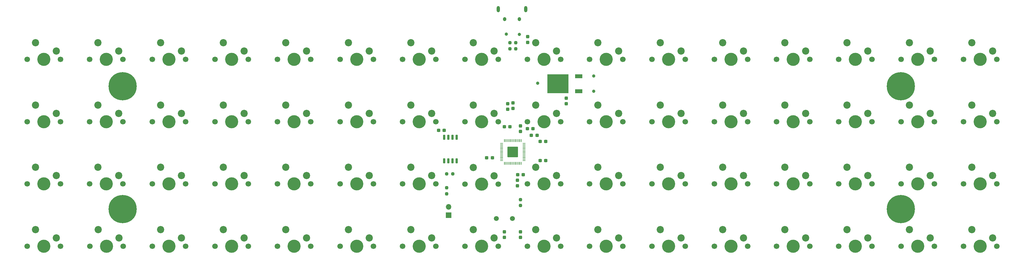
<source format=gbr>
%TF.GenerationSoftware,KiCad,Pcbnew,8.0.9-8.0.9-0~ubuntu22.04.1*%
%TF.CreationDate,2025-08-11T19:47:09-07:00*%
%TF.ProjectId,keyboard,6b657962-6f61-4726-942e-6b696361645f,rev?*%
%TF.SameCoordinates,Original*%
%TF.FileFunction,Soldermask,Top*%
%TF.FilePolarity,Negative*%
%FSLAX46Y46*%
G04 Gerber Fmt 4.6, Leading zero omitted, Abs format (unit mm)*
G04 Created by KiCad (PCBNEW 8.0.9-8.0.9-0~ubuntu22.04.1) date 2025-08-11 19:47:09*
%MOMM*%
%LPD*%
G01*
G04 APERTURE LIST*
G04 Aperture macros list*
%AMRoundRect*
0 Rectangle with rounded corners*
0 $1 Rounding radius*
0 $2 $3 $4 $5 $6 $7 $8 $9 X,Y pos of 4 corners*
0 Add a 4 corners polygon primitive as box body*
4,1,4,$2,$3,$4,$5,$6,$7,$8,$9,$2,$3,0*
0 Add four circle primitives for the rounded corners*
1,1,$1+$1,$2,$3*
1,1,$1+$1,$4,$5*
1,1,$1+$1,$6,$7*
1,1,$1+$1,$8,$9*
0 Add four rect primitives between the rounded corners*
20,1,$1+$1,$2,$3,$4,$5,0*
20,1,$1+$1,$4,$5,$6,$7,0*
20,1,$1+$1,$6,$7,$8,$9,0*
20,1,$1+$1,$8,$9,$2,$3,0*%
G04 Aperture macros list end*
%ADD10C,1.500000*%
%ADD11C,1.000000*%
%ADD12RoundRect,0.237500X0.237500X-0.250000X0.237500X0.250000X-0.237500X0.250000X-0.237500X-0.250000X0*%
%ADD13RoundRect,0.237500X-0.237500X0.300000X-0.237500X-0.300000X0.237500X-0.300000X0.237500X0.300000X0*%
%ADD14RoundRect,0.237500X0.250000X0.237500X-0.250000X0.237500X-0.250000X-0.237500X0.250000X-0.237500X0*%
%ADD15RoundRect,0.050000X-0.387500X-0.050000X0.387500X-0.050000X0.387500X0.050000X-0.387500X0.050000X0*%
%ADD16RoundRect,0.050000X-0.050000X-0.387500X0.050000X-0.387500X0.050000X0.387500X-0.050000X0.387500X0*%
%ADD17RoundRect,0.144000X-1.456000X-1.456000X1.456000X-1.456000X1.456000X1.456000X-1.456000X1.456000X0*%
%ADD18C,8.600000*%
%ADD19RoundRect,0.237500X-0.300000X-0.237500X0.300000X-0.237500X0.300000X0.237500X-0.300000X0.237500X0*%
%ADD20RoundRect,0.237500X0.237500X-0.300000X0.237500X0.300000X-0.237500X0.300000X-0.237500X-0.300000X0*%
%ADD21RoundRect,0.237500X-0.237500X0.250000X-0.237500X-0.250000X0.237500X-0.250000X0.237500X0.250000X0*%
%ADD22R,1.700000X1.700000*%
%ADD23O,1.700000X1.700000*%
%ADD24RoundRect,0.150000X0.150000X-0.650000X0.150000X0.650000X-0.150000X0.650000X-0.150000X-0.650000X0*%
%ADD25RoundRect,0.237500X0.300000X0.237500X-0.300000X0.237500X-0.300000X-0.237500X0.300000X-0.237500X0*%
%ADD26R,2.200000X1.200000*%
%ADD27R,6.400000X5.800000*%
%ADD28C,1.700000*%
%ADD29C,4.000000*%
%ADD30C,2.200000*%
%ADD31O,1.000000X1.900000*%
%ADD32O,1.050000X1.250000*%
G04 APERTURE END LIST*
D10*
%TO.C,Y1*%
X219010000Y-165350000D03*
X214110000Y-165350000D03*
%TD*%
D11*
%TO.C,TP104*%
X226700000Y-124090000D03*
%TD*%
%TO.C,TP103*%
X243800000Y-121890000D03*
%TD*%
D12*
%TO.C,R3*%
X221420000Y-161442500D03*
X221420000Y-159617500D03*
%TD*%
D13*
%TO.C,C2*%
X235410000Y-128637500D03*
X235410000Y-130362500D03*
%TD*%
D14*
%TO.C,R6*%
X200742500Y-151740000D03*
X198917500Y-151740000D03*
%TD*%
D11*
%TO.C,TP105*%
X243800000Y-126490000D03*
%TD*%
D15*
%TO.C,U2*%
X215662500Y-142470000D03*
X215662500Y-142870000D03*
X215662500Y-143270000D03*
X215662500Y-143670000D03*
X215662500Y-144070000D03*
X215662500Y-144470000D03*
X215662500Y-144870000D03*
X215662500Y-145270000D03*
X215662500Y-145670000D03*
X215662500Y-146070000D03*
X215662500Y-146470000D03*
X215662500Y-146870000D03*
X215662500Y-147270000D03*
X215662500Y-147670000D03*
D16*
X216500000Y-148507500D03*
X216900000Y-148507500D03*
X217300000Y-148507500D03*
X217700000Y-148507500D03*
X218100000Y-148507500D03*
X218500000Y-148507500D03*
X218900000Y-148507500D03*
X219300000Y-148507500D03*
X219700000Y-148507500D03*
X220100000Y-148507500D03*
X220500000Y-148507500D03*
X220900000Y-148507500D03*
X221300000Y-148507500D03*
X221700000Y-148507500D03*
D15*
X222537500Y-147670000D03*
X222537500Y-147270000D03*
X222537500Y-146870000D03*
X222537500Y-146470000D03*
X222537500Y-146070000D03*
X222537500Y-145670000D03*
X222537500Y-145270000D03*
X222537500Y-144870000D03*
X222537500Y-144470000D03*
X222537500Y-144070000D03*
X222537500Y-143670000D03*
X222537500Y-143270000D03*
X222537500Y-142870000D03*
X222537500Y-142470000D03*
D16*
X221700000Y-141632500D03*
X221300000Y-141632500D03*
X220900000Y-141632500D03*
X220500000Y-141632500D03*
X220100000Y-141632500D03*
X219700000Y-141632500D03*
X219300000Y-141632500D03*
X218900000Y-141632500D03*
X218500000Y-141632500D03*
X218100000Y-141632500D03*
X217700000Y-141632500D03*
X217300000Y-141632500D03*
X216900000Y-141632500D03*
X216500000Y-141632500D03*
D17*
X219100000Y-145070000D03*
%TD*%
D18*
%TO.C,H3*%
X337500000Y-162500000D03*
%TD*%
%TO.C,H1*%
X100000000Y-125000000D03*
%TD*%
D19*
%TO.C,C13*%
X227407500Y-147650000D03*
X229132500Y-147650000D03*
%TD*%
D20*
%TO.C,C9*%
X221450000Y-138792500D03*
X221450000Y-137067500D03*
%TD*%
%TO.C,C3*%
X216530000Y-171172500D03*
X216530000Y-169447500D03*
%TD*%
D19*
%TO.C,C16*%
X227407500Y-141870000D03*
X229132500Y-141870000D03*
%TD*%
%TO.C,C10*%
X223557500Y-137950000D03*
X225282500Y-137950000D03*
%TD*%
D21*
%TO.C,R4*%
X219970000Y-111717500D03*
X219970000Y-113542500D03*
%TD*%
D22*
%TO.C,J2*%
X199525000Y-164335000D03*
D23*
X199525000Y-161795000D03*
%TD*%
D24*
%TO.C,U3*%
X198175000Y-147790000D03*
X199445000Y-147790000D03*
X200715000Y-147790000D03*
X201985000Y-147790000D03*
X201985000Y-140590000D03*
X200715000Y-140590000D03*
X199445000Y-140590000D03*
X198175000Y-140590000D03*
%TD*%
D21*
%TO.C,R5*%
X218210000Y-111717500D03*
X218210000Y-113542500D03*
%TD*%
D19*
%TO.C,C6*%
X224747500Y-140010000D03*
X226472500Y-140010000D03*
%TD*%
D25*
%TO.C,C14*%
X198142500Y-138500000D03*
X196417500Y-138500000D03*
%TD*%
D13*
%TO.C,C11*%
X220510000Y-153667500D03*
X220510000Y-155392500D03*
%TD*%
D12*
%TO.C,R7*%
X198910000Y-157812500D03*
X198910000Y-155987500D03*
%TD*%
D13*
%TO.C,C1*%
X223670000Y-109877500D03*
X223670000Y-111602500D03*
%TD*%
D25*
%TO.C,C8*%
X212862500Y-146800000D03*
X211137500Y-146800000D03*
%TD*%
D20*
%TO.C,C15*%
X219140000Y-131772500D03*
X219140000Y-130047500D03*
%TD*%
D19*
%TO.C,C7*%
X220557500Y-152010000D03*
X222282500Y-152010000D03*
%TD*%
D18*
%TO.C,H4*%
X100000000Y-162500000D03*
%TD*%
D25*
%TO.C,C5*%
X218212500Y-137340000D03*
X216487500Y-137340000D03*
%TD*%
D18*
%TO.C,H2*%
X337500000Y-125000000D03*
%TD*%
D20*
%TO.C,C12*%
X217520000Y-132022500D03*
X217520000Y-130297500D03*
%TD*%
D26*
%TO.C,U1*%
X239190000Y-126480000D03*
D27*
X232890000Y-124200000D03*
D26*
X239190000Y-121920000D03*
%TD*%
D20*
%TO.C,C4*%
X221410000Y-171162500D03*
X221410000Y-169437500D03*
%TD*%
D28*
%TO.C,SW29*%
X233687500Y-116800000D03*
D29*
X228607500Y-116800000D03*
D28*
X223527500Y-116800000D03*
D30*
X226067500Y-111720000D03*
X232417500Y-114260000D03*
%TD*%
D28*
%TO.C,SW7*%
X347797500Y-154810000D03*
D29*
X342717500Y-154810000D03*
D28*
X337637500Y-154810000D03*
D30*
X340177500Y-149730000D03*
X346527500Y-152270000D03*
%TD*%
D28*
%TO.C,SW34*%
X214637500Y-135850000D03*
D29*
X209557500Y-135850000D03*
D28*
X204477500Y-135850000D03*
D30*
X207017500Y-130770000D03*
X213367500Y-133310000D03*
%TD*%
D28*
%TO.C,SW46*%
X157440000Y-135850000D03*
D29*
X152360000Y-135850000D03*
D28*
X147280000Y-135850000D03*
D30*
X149820000Y-130770000D03*
X156170000Y-133310000D03*
%TD*%
D28*
%TO.C,SW45*%
X157440000Y-116800000D03*
D29*
X152360000Y-116800000D03*
D28*
X147280000Y-116800000D03*
D30*
X149820000Y-111720000D03*
X156170000Y-114260000D03*
%TD*%
D28*
%TO.C,SW30*%
X233687500Y-135850000D03*
D29*
X228607500Y-135850000D03*
D28*
X223527500Y-135850000D03*
D30*
X226067500Y-130770000D03*
X232417500Y-133310000D03*
%TD*%
D11*
%TO.C,TP102*%
X217150000Y-109040000D03*
%TD*%
D28*
%TO.C,SW31*%
X233687500Y-154810000D03*
D29*
X228607500Y-154810000D03*
D28*
X223527500Y-154810000D03*
D30*
X226067500Y-149730000D03*
X232417500Y-152270000D03*
%TD*%
D28*
%TO.C,SW10*%
X328747500Y-135850000D03*
D29*
X323667500Y-135850000D03*
D28*
X318587500Y-135850000D03*
D30*
X321127500Y-130770000D03*
X327477500Y-133310000D03*
%TD*%
D28*
%TO.C,SW55*%
X119245000Y-154810000D03*
D29*
X114165000Y-154810000D03*
D28*
X109085000Y-154810000D03*
D30*
X111625000Y-149730000D03*
X117975000Y-152270000D03*
%TD*%
D28*
%TO.C,SW27*%
X252690000Y-154810000D03*
D29*
X247610000Y-154810000D03*
D28*
X242530000Y-154810000D03*
D30*
X245070000Y-149730000D03*
X251420000Y-152270000D03*
%TD*%
D28*
%TO.C,SW43*%
X176537500Y-154810000D03*
D29*
X171457500Y-154810000D03*
D28*
X166377500Y-154810000D03*
D30*
X168917500Y-149730000D03*
X175267500Y-152270000D03*
%TD*%
D28*
%TO.C,SW5*%
X347797500Y-116800000D03*
D29*
X342717500Y-116800000D03*
D28*
X337637500Y-116800000D03*
D30*
X340177500Y-111720000D03*
X346527500Y-114260000D03*
%TD*%
D28*
%TO.C,SW56*%
X119245000Y-173860000D03*
D29*
X114165000Y-173860000D03*
D28*
X109085000Y-173860000D03*
D30*
X111625000Y-168780000D03*
X117975000Y-171320000D03*
%TD*%
D28*
%TO.C,SW63*%
X81050000Y-154810000D03*
D29*
X75970000Y-154810000D03*
D28*
X70890000Y-154810000D03*
D30*
X73430000Y-149730000D03*
X79780000Y-152270000D03*
%TD*%
D28*
%TO.C,SW59*%
X100147500Y-154810000D03*
D29*
X95067500Y-154810000D03*
D28*
X89987500Y-154810000D03*
D30*
X92527500Y-149730000D03*
X98877500Y-152270000D03*
%TD*%
D28*
%TO.C,SW60*%
X100190000Y-173840000D03*
D29*
X95110000Y-173840000D03*
D28*
X90030000Y-173840000D03*
D30*
X92570000Y-168760000D03*
X98920000Y-171300000D03*
%TD*%
D28*
%TO.C,SW52*%
X138342500Y-173860000D03*
D29*
X133262500Y-173860000D03*
D28*
X128182500Y-173860000D03*
D30*
X130722500Y-168780000D03*
X137072500Y-171320000D03*
%TD*%
D28*
%TO.C,SW37*%
X195635000Y-116800000D03*
D29*
X190555000Y-116800000D03*
D28*
X185475000Y-116800000D03*
D30*
X188015000Y-111720000D03*
X194365000Y-114260000D03*
%TD*%
D28*
%TO.C,SW18*%
X290742500Y-135850000D03*
D29*
X285662500Y-135850000D03*
D28*
X280582500Y-135850000D03*
D30*
X283122500Y-130770000D03*
X289472500Y-133310000D03*
%TD*%
D28*
%TO.C,SW3*%
X366800000Y-154810000D03*
D29*
X361720000Y-154810000D03*
D28*
X356640000Y-154810000D03*
D30*
X359180000Y-149730000D03*
X365530000Y-152270000D03*
%TD*%
D28*
%TO.C,SW64*%
X81050000Y-173860000D03*
D29*
X75970000Y-173860000D03*
D28*
X70890000Y-173860000D03*
D30*
X73430000Y-168780000D03*
X79780000Y-171320000D03*
%TD*%
D28*
%TO.C,SW8*%
X347797500Y-173860000D03*
D29*
X342717500Y-173860000D03*
D28*
X337637500Y-173860000D03*
D30*
X340177500Y-168780000D03*
X346527500Y-171320000D03*
%TD*%
D28*
%TO.C,SW58*%
X100147500Y-135850000D03*
D29*
X95067500Y-135850000D03*
D28*
X89987500Y-135850000D03*
D30*
X92527500Y-130770000D03*
X98877500Y-133310000D03*
%TD*%
D31*
%TO.C,J101*%
X214675000Y-101500000D03*
D32*
X216625000Y-104500000D03*
X221075000Y-104500000D03*
D31*
X223025000Y-101500000D03*
%TD*%
D28*
%TO.C,SW44*%
X176537500Y-173860000D03*
D29*
X171457500Y-173860000D03*
D28*
X166377500Y-173860000D03*
D30*
X168917500Y-168780000D03*
X175267500Y-171320000D03*
%TD*%
D28*
%TO.C,SW42*%
X176537500Y-135850000D03*
D29*
X171457500Y-135850000D03*
D28*
X166377500Y-135850000D03*
D30*
X168917500Y-130770000D03*
X175267500Y-133310000D03*
%TD*%
D28*
%TO.C,SW2*%
X366800000Y-135850000D03*
D29*
X361720000Y-135850000D03*
D28*
X356640000Y-135850000D03*
D30*
X359180000Y-130770000D03*
X365530000Y-133310000D03*
%TD*%
D28*
%TO.C,SW26*%
X252690000Y-135850000D03*
D29*
X247610000Y-135850000D03*
D28*
X242530000Y-135850000D03*
D30*
X245070000Y-130770000D03*
X251420000Y-133310000D03*
%TD*%
D28*
%TO.C,SW33*%
X214637500Y-116800000D03*
D29*
X209557500Y-116800000D03*
D28*
X204477500Y-116800000D03*
D30*
X207017500Y-111720000D03*
X213367500Y-114260000D03*
%TD*%
D28*
%TO.C,SW54*%
X119245000Y-135850000D03*
D29*
X114165000Y-135850000D03*
D28*
X109085000Y-135850000D03*
D30*
X111625000Y-130770000D03*
X117975000Y-133310000D03*
%TD*%
D28*
%TO.C,SW19*%
X290742500Y-154810000D03*
D29*
X285662500Y-154810000D03*
D28*
X280582500Y-154810000D03*
D30*
X283122500Y-149730000D03*
X289472500Y-152270000D03*
%TD*%
D28*
%TO.C,SW13*%
X309745000Y-116800000D03*
D29*
X304665000Y-116800000D03*
D28*
X299585000Y-116800000D03*
D30*
X302125000Y-111720000D03*
X308475000Y-114260000D03*
%TD*%
D28*
%TO.C,SW50*%
X138342500Y-135850000D03*
D29*
X133262500Y-135850000D03*
D28*
X128182500Y-135850000D03*
D30*
X130722500Y-130770000D03*
X137072500Y-133310000D03*
%TD*%
D28*
%TO.C,SW32*%
X233687500Y-173860000D03*
D29*
X228607500Y-173860000D03*
D28*
X223527500Y-173860000D03*
D30*
X226067500Y-168780000D03*
X232417500Y-171320000D03*
%TD*%
D28*
%TO.C,SW49*%
X138342500Y-116800000D03*
D29*
X133262500Y-116800000D03*
D28*
X128182500Y-116800000D03*
D30*
X130722500Y-111720000D03*
X137072500Y-114260000D03*
%TD*%
D28*
%TO.C,SW14*%
X309745000Y-135850000D03*
D29*
X304665000Y-135850000D03*
D28*
X299585000Y-135850000D03*
D30*
X302125000Y-130770000D03*
X308475000Y-133310000D03*
%TD*%
D28*
%TO.C,SW23*%
X271740000Y-154810000D03*
D29*
X266660000Y-154810000D03*
D28*
X261580000Y-154810000D03*
D30*
X264120000Y-149730000D03*
X270470000Y-152270000D03*
%TD*%
D28*
%TO.C,SW15*%
X309745000Y-154810000D03*
D29*
X304665000Y-154810000D03*
D28*
X299585000Y-154810000D03*
D30*
X302125000Y-149730000D03*
X308475000Y-152270000D03*
%TD*%
D28*
%TO.C,SW61*%
X81050000Y-116800000D03*
D29*
X75970000Y-116800000D03*
D28*
X70890000Y-116800000D03*
D30*
X73430000Y-111720000D03*
X79780000Y-114260000D03*
%TD*%
D28*
%TO.C,SW62*%
X81050000Y-135850000D03*
D29*
X75970000Y-135850000D03*
D28*
X70890000Y-135850000D03*
D30*
X73430000Y-130770000D03*
X79780000Y-133310000D03*
%TD*%
D28*
%TO.C,SW57*%
X100147500Y-116800000D03*
D29*
X95067500Y-116800000D03*
D28*
X89987500Y-116800000D03*
D30*
X92527500Y-111720000D03*
X98877500Y-114260000D03*
%TD*%
D28*
%TO.C,SW28*%
X252690000Y-173860000D03*
D29*
X247610000Y-173860000D03*
D28*
X242530000Y-173860000D03*
D30*
X245070000Y-168780000D03*
X251420000Y-171320000D03*
%TD*%
D28*
%TO.C,SW36*%
X214637500Y-173860000D03*
D29*
X209557500Y-173860000D03*
D28*
X204477500Y-173860000D03*
D30*
X207017500Y-168780000D03*
X213367500Y-171320000D03*
%TD*%
D28*
%TO.C,SW51*%
X138342500Y-154810000D03*
D29*
X133262500Y-154810000D03*
D28*
X128182500Y-154810000D03*
D30*
X130722500Y-149730000D03*
X137072500Y-152270000D03*
%TD*%
D28*
%TO.C,SW12*%
X328747500Y-173860000D03*
D29*
X323667500Y-173860000D03*
D28*
X318587500Y-173860000D03*
D30*
X321127500Y-168780000D03*
X327477500Y-171320000D03*
%TD*%
D28*
%TO.C,SW38*%
X195635000Y-135850000D03*
D29*
X190555000Y-135850000D03*
D28*
X185475000Y-135850000D03*
D30*
X188015000Y-130770000D03*
X194365000Y-133310000D03*
%TD*%
D28*
%TO.C,SW11*%
X328747500Y-154810000D03*
D29*
X323667500Y-154810000D03*
D28*
X318587500Y-154810000D03*
D30*
X321127500Y-149730000D03*
X327477500Y-152270000D03*
%TD*%
D28*
%TO.C,SW21*%
X271740000Y-116800000D03*
D29*
X266660000Y-116800000D03*
D28*
X261580000Y-116800000D03*
D30*
X264120000Y-111720000D03*
X270470000Y-114260000D03*
%TD*%
D28*
%TO.C,SW1*%
X366800000Y-116800000D03*
D29*
X361720000Y-116800000D03*
D28*
X356640000Y-116800000D03*
D30*
X359180000Y-111720000D03*
X365530000Y-114260000D03*
%TD*%
D28*
%TO.C,SW39*%
X195635000Y-154810000D03*
D29*
X190555000Y-154810000D03*
D28*
X185475000Y-154810000D03*
D30*
X188015000Y-149730000D03*
X194365000Y-152270000D03*
%TD*%
D28*
%TO.C,SW16*%
X309745000Y-173860000D03*
D29*
X304665000Y-173860000D03*
D28*
X299585000Y-173860000D03*
D30*
X302125000Y-168780000D03*
X308475000Y-171320000D03*
%TD*%
D28*
%TO.C,SW47*%
X157440000Y-154810000D03*
D29*
X152360000Y-154810000D03*
D28*
X147280000Y-154810000D03*
D30*
X149820000Y-149730000D03*
X156170000Y-152270000D03*
%TD*%
D28*
%TO.C,SW35*%
X214670000Y-154850000D03*
D29*
X209590000Y-154850000D03*
D28*
X204510000Y-154850000D03*
D30*
X207050000Y-149770000D03*
X213400000Y-152310000D03*
%TD*%
D28*
%TO.C,SW20*%
X290742500Y-173860000D03*
D29*
X285662500Y-173860000D03*
D28*
X280582500Y-173860000D03*
D30*
X283122500Y-168780000D03*
X289472500Y-171320000D03*
%TD*%
D28*
%TO.C,SW17*%
X290742500Y-116800000D03*
D29*
X285662500Y-116800000D03*
D28*
X280582500Y-116800000D03*
D30*
X283122500Y-111720000D03*
X289472500Y-114260000D03*
%TD*%
D28*
%TO.C,SW53*%
X119245000Y-116800000D03*
D29*
X114165000Y-116800000D03*
D28*
X109085000Y-116800000D03*
D30*
X111625000Y-111720000D03*
X117975000Y-114260000D03*
%TD*%
D11*
%TO.C,TP101*%
X221100000Y-109140000D03*
%TD*%
D28*
%TO.C,SW24*%
X271740000Y-173860000D03*
D29*
X266660000Y-173860000D03*
D28*
X261580000Y-173860000D03*
D30*
X264120000Y-168780000D03*
X270470000Y-171320000D03*
%TD*%
D28*
%TO.C,SW6*%
X347797500Y-135850000D03*
D29*
X342717500Y-135850000D03*
D28*
X337637500Y-135850000D03*
D30*
X340177500Y-130770000D03*
X346527500Y-133310000D03*
%TD*%
D28*
%TO.C,SW4*%
X366800000Y-173860000D03*
D29*
X361720000Y-173860000D03*
D28*
X356640000Y-173860000D03*
D30*
X359180000Y-168780000D03*
X365530000Y-171320000D03*
%TD*%
D28*
%TO.C,SW40*%
X195635000Y-173860000D03*
D29*
X190555000Y-173860000D03*
D28*
X185475000Y-173860000D03*
D30*
X188015000Y-168780000D03*
X194365000Y-171320000D03*
%TD*%
D28*
%TO.C,SW41*%
X176537500Y-116800000D03*
D29*
X171457500Y-116800000D03*
D28*
X166377500Y-116800000D03*
D30*
X168917500Y-111720000D03*
X175267500Y-114260000D03*
%TD*%
D28*
%TO.C,SW48*%
X157440000Y-173860000D03*
D29*
X152360000Y-173860000D03*
D28*
X147280000Y-173860000D03*
D30*
X149820000Y-168780000D03*
X156170000Y-171320000D03*
%TD*%
D28*
%TO.C,SW25*%
X252690000Y-116800000D03*
D29*
X247610000Y-116800000D03*
D28*
X242530000Y-116800000D03*
D30*
X245070000Y-111720000D03*
X251420000Y-114260000D03*
%TD*%
D28*
%TO.C,SW9*%
X328747500Y-116800000D03*
D29*
X323667500Y-116800000D03*
D28*
X318587500Y-116800000D03*
D30*
X321127500Y-111720000D03*
X327477500Y-114260000D03*
%TD*%
D28*
%TO.C,SW22*%
X271740000Y-135850000D03*
D29*
X266660000Y-135850000D03*
D28*
X261580000Y-135850000D03*
D30*
X264120000Y-130770000D03*
X270470000Y-133310000D03*
%TD*%
M02*

</source>
